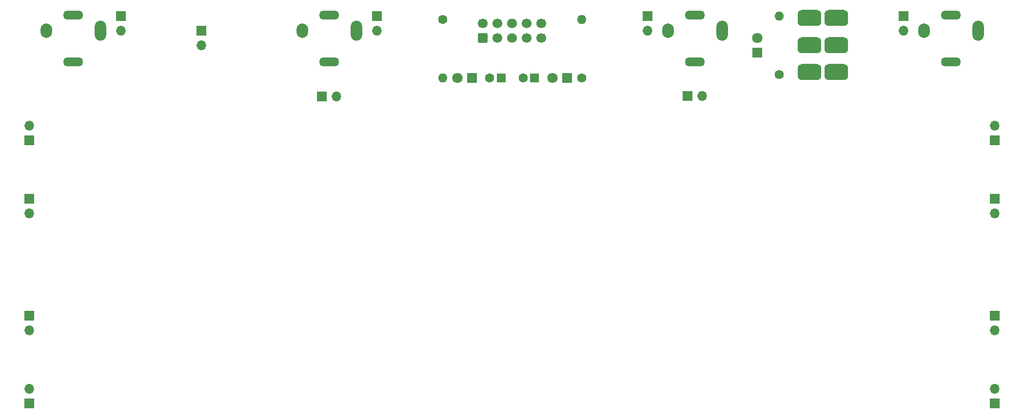
<source format=gbr>
%TF.GenerationSoftware,KiCad,Pcbnew,7.0.1*%
%TF.CreationDate,2023-12-24T20:43:31-05:00*%
%TF.ProjectId,audio_breadboard,61756469-6f5f-4627-9265-6164626f6172,rev?*%
%TF.SameCoordinates,Original*%
%TF.FileFunction,Soldermask,Bot*%
%TF.FilePolarity,Negative*%
%FSLAX46Y46*%
G04 Gerber Fmt 4.6, Leading zero omitted, Abs format (unit mm)*
G04 Created by KiCad (PCBNEW 7.0.1) date 2023-12-24 20:43:31*
%MOMM*%
%LPD*%
G01*
G04 APERTURE LIST*
G04 Aperture macros list*
%AMRoundRect*
0 Rectangle with rounded corners*
0 $1 Rounding radius*
0 $2 $3 $4 $5 $6 $7 $8 $9 X,Y pos of 4 corners*
0 Add a 4 corners polygon primitive as box body*
4,1,4,$2,$3,$4,$5,$6,$7,$8,$9,$2,$3,0*
0 Add four circle primitives for the rounded corners*
1,1,$1+$1,$2,$3*
1,1,$1+$1,$4,$5*
1,1,$1+$1,$6,$7*
1,1,$1+$1,$8,$9*
0 Add four rect primitives between the rounded corners*
20,1,$1+$1,$2,$3,$4,$5,0*
20,1,$1+$1,$4,$5,$6,$7,0*
20,1,$1+$1,$6,$7,$8,$9,0*
20,1,$1+$1,$8,$9,$2,$3,0*%
G04 Aperture macros list end*
%ADD10R,1.700000X1.700000*%
%ADD11O,1.700000X1.700000*%
%ADD12O,1.600000X1.600000*%
%ADD13C,1.600000*%
%ADD14C,1.800000*%
%ADD15R,1.800000X1.800000*%
%ADD16O,3.500000X1.500000*%
%ADD17O,2.000000X2.500000*%
%ADD18O,2.000000X3.500000*%
%ADD19R,1.600000X1.600000*%
%ADD20C,1.700000*%
%ADD21RoundRect,0.250000X0.600000X-0.600000X0.600000X0.600000X-0.600000X0.600000X-0.600000X-0.600000X0*%
%ADD22RoundRect,0.698500X-1.333500X-0.698500X1.333500X-0.698500X1.333500X0.698500X-1.333500X0.698500X0*%
G04 APERTURE END LIST*
D10*
%TO.C,J18*%
X98425000Y-60960000D03*
D11*
X98425000Y-63500000D03*
%TD*%
D12*
%TO.C,R3*%
X198755000Y-58420000D03*
D13*
X198755000Y-68580000D03*
%TD*%
D11*
%TO.C,J12*%
X68580000Y-113030000D03*
D10*
X68580000Y-110490000D03*
%TD*%
D14*
%TO.C,D1*%
X159385000Y-69215000D03*
D15*
X161925000Y-69215000D03*
%TD*%
D11*
%TO.C,J6*%
X236220000Y-77470000D03*
D10*
X236220000Y-80010000D03*
%TD*%
D11*
%TO.C,J15*%
X185440000Y-72365000D03*
D10*
X182900000Y-72365000D03*
%TD*%
D16*
%TO.C,J2*%
X76200000Y-58295000D03*
X76200000Y-66395000D03*
D17*
X71500000Y-60995000D03*
D18*
X80900000Y-60995000D03*
%TD*%
D16*
%TO.C,J4*%
X120650000Y-58295000D03*
X120650000Y-66395000D03*
D17*
X115950000Y-60995000D03*
D18*
X125350000Y-60995000D03*
%TD*%
D11*
%TO.C,JP2*%
X220345000Y-60960000D03*
D10*
X220345000Y-58420000D03*
%TD*%
D13*
%TO.C,C2*%
X148495000Y-69215000D03*
D19*
X150495000Y-69215000D03*
%TD*%
D11*
%TO.C,JP4*%
X175895000Y-60960000D03*
D10*
X175895000Y-58420000D03*
%TD*%
D11*
%TO.C,J14*%
X121920000Y-72390000D03*
D10*
X119380000Y-72390000D03*
%TD*%
D14*
%TO.C,D3*%
X194945000Y-62230000D03*
D15*
X194945000Y-64770000D03*
%TD*%
D11*
%TO.C,JP3*%
X128905000Y-60960000D03*
D10*
X128905000Y-58420000D03*
%TD*%
D16*
%TO.C,J3*%
X228600000Y-58295000D03*
X228600000Y-66395000D03*
D17*
X223900000Y-60995000D03*
D18*
X233300000Y-60995000D03*
%TD*%
D11*
%TO.C,J8*%
X68580000Y-77470000D03*
D10*
X68580000Y-80010000D03*
%TD*%
D20*
%TO.C,J1*%
X157480000Y-59690000D03*
X157480000Y-62230000D03*
X154940000Y-59690000D03*
X154940000Y-62230000D03*
X152400000Y-59690000D03*
X152400000Y-62230000D03*
X149860000Y-59690000D03*
X149860000Y-62230000D03*
X147320000Y-59690000D03*
D21*
X147320000Y-62230000D03*
%TD*%
D14*
%TO.C,D2*%
X142875000Y-69215000D03*
D15*
X145415000Y-69215000D03*
%TD*%
D16*
%TO.C,J5*%
X184150000Y-58295000D03*
X184150000Y-66395000D03*
D17*
X179450000Y-60995000D03*
D18*
X188850000Y-60995000D03*
%TD*%
D22*
%TO.C,SW1*%
X204025500Y-58801000D03*
X204025500Y-63500000D03*
X204025500Y-68199000D03*
X208724500Y-58801000D03*
X208724500Y-63500000D03*
X208724500Y-68199000D03*
%TD*%
D11*
%TO.C,J10*%
X68580000Y-92710000D03*
D10*
X68580000Y-90170000D03*
%TD*%
D12*
%TO.C,R2*%
X140335000Y-69215000D03*
D13*
X140335000Y-59055000D03*
%TD*%
D12*
%TO.C,R1*%
X164465000Y-59055000D03*
D13*
X164465000Y-69215000D03*
%TD*%
D11*
%TO.C,J11*%
X236220000Y-92710000D03*
D10*
X236220000Y-90170000D03*
%TD*%
D13*
%TO.C,C1*%
X154305000Y-69215000D03*
D19*
X156305000Y-69215000D03*
%TD*%
D11*
%TO.C,J9*%
X68580000Y-123190000D03*
D10*
X68580000Y-125730000D03*
%TD*%
%TO.C,J13*%
X236220000Y-110490000D03*
D11*
X236220000Y-113030000D03*
%TD*%
%TO.C,J7*%
X236220000Y-123190000D03*
D10*
X236220000Y-125730000D03*
%TD*%
D11*
%TO.C,JP1*%
X84455000Y-60960000D03*
D10*
X84455000Y-58420000D03*
%TD*%
M02*

</source>
